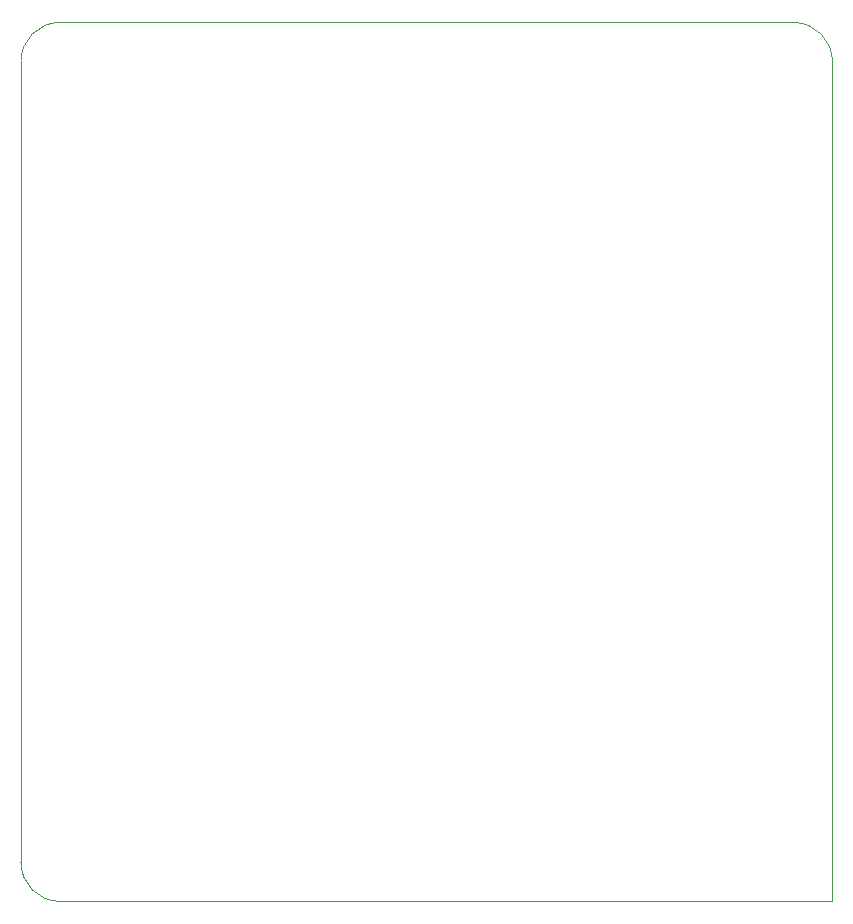
<source format=gbr>
%TF.GenerationSoftware,KiCad,Pcbnew,7.0.10*%
%TF.CreationDate,2024-01-21T15:51:14-05:00*%
%TF.ProjectId,jml-8-mini-vga,6a6d6c2d-382d-46d6-996e-692d7667612e,rev?*%
%TF.SameCoordinates,Original*%
%TF.FileFunction,Profile,NP*%
%FSLAX46Y46*%
G04 Gerber Fmt 4.6, Leading zero omitted, Abs format (unit mm)*
G04 Created by KiCad (PCBNEW 7.0.10) date 2024-01-21 15:51:14*
%MOMM*%
%LPD*%
G01*
G04 APERTURE LIST*
%TA.AperFunction,Profile*%
%ADD10C,0.100000*%
%TD*%
G04 APERTURE END LIST*
D10*
X114173000Y-39751000D02*
G75*
G03*
X110871000Y-43053000I0J-3302000D01*
G01*
X179578000Y-114173000D02*
X179578000Y-62611000D01*
X110871001Y-110870999D02*
G75*
G03*
X114173001Y-114172999I3301999J-1D01*
G01*
X179578000Y-62611000D02*
X179577999Y-43053001D01*
X179577999Y-43053001D02*
G75*
G03*
X176275999Y-39751001I-3301999J1D01*
G01*
X110871001Y-110870999D02*
X110871000Y-43053000D01*
X176275999Y-39751001D02*
X114173000Y-39751000D01*
X179578000Y-114173000D02*
X114173001Y-114172999D01*
M02*

</source>
